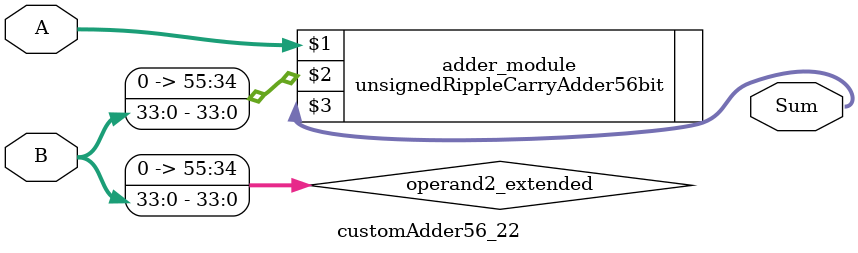
<source format=v>
module customAdder56_22(
                        input [55 : 0] A,
                        input [33 : 0] B,
                        
                        output [56 : 0] Sum
                );

        wire [55 : 0] operand2_extended;
        
        assign operand2_extended =  {22'b0, B};
        
        unsignedRippleCarryAdder56bit adder_module(
            A,
            operand2_extended,
            Sum
        );
        
        endmodule
        
</source>
